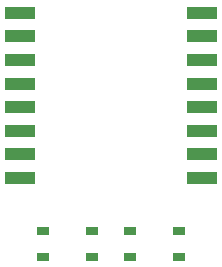
<source format=gtp>
G04 #@! TF.GenerationSoftware,KiCad,Pcbnew,7.0.7*
G04 #@! TF.CreationDate,2024-04-02T17:00:38-04:00*
G04 #@! TF.ProjectId,sensor_node,73656e73-6f72-45f6-9e6f-64652e6b6963,rev?*
G04 #@! TF.SameCoordinates,Original*
G04 #@! TF.FileFunction,Paste,Top*
G04 #@! TF.FilePolarity,Positive*
%FSLAX46Y46*%
G04 Gerber Fmt 4.6, Leading zero omitted, Abs format (unit mm)*
G04 Created by KiCad (PCBNEW 7.0.7) date 2024-04-02 17:00:38*
%MOMM*%
%LPD*%
G01*
G04 APERTURE LIST*
%ADD10R,1.050000X0.650000*%
%ADD11R,2.500000X1.100000*%
G04 APERTURE END LIST*
D10*
X143450000Y-78625000D03*
X147600000Y-78625000D03*
X143450000Y-80775000D03*
X147600000Y-80775000D03*
X154975000Y-80775000D03*
X150825000Y-80775000D03*
X154975000Y-78625000D03*
X150825000Y-78625000D03*
D11*
X141500000Y-60112500D03*
X141500000Y-62112500D03*
X141500000Y-64112500D03*
X141500000Y-66112500D03*
X141500000Y-68112500D03*
X141500000Y-70112500D03*
X141500000Y-72112500D03*
X141500000Y-74112500D03*
X156900000Y-74112500D03*
X156900000Y-72112500D03*
X156900000Y-70112500D03*
X156900000Y-68112500D03*
X156900000Y-66112500D03*
X156900000Y-64112500D03*
X156900000Y-62112500D03*
X156900000Y-60112500D03*
M02*

</source>
